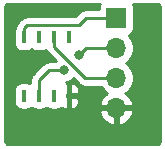
<source format=gbr>
G04 #@! TF.GenerationSoftware,KiCad,Pcbnew,(5.1.5)-3*
G04 #@! TF.CreationDate,2020-06-24T13:55:20-05:00*
G04 #@! TF.ProjectId,PressureSensor,50726573-7375-4726-9553-656e736f722e,rev?*
G04 #@! TF.SameCoordinates,Original*
G04 #@! TF.FileFunction,Copper,L1,Top*
G04 #@! TF.FilePolarity,Positive*
%FSLAX46Y46*%
G04 Gerber Fmt 4.6, Leading zero omitted, Abs format (unit mm)*
G04 Created by KiCad (PCBNEW (5.1.5)-3) date 2020-06-24 13:55:20*
%MOMM*%
%LPD*%
G04 APERTURE LIST*
%ADD10R,0.406400X1.041400*%
%ADD11O,1.700000X1.700000*%
%ADD12R,1.700000X1.700000*%
%ADD13C,0.800000*%
%ADD14C,0.250000*%
%ADD15C,0.254000*%
G04 APERTURE END LIST*
D10*
X157276800Y-89916000D03*
X156006800Y-89916000D03*
X154736800Y-89916000D03*
X153466800Y-89916000D03*
X153466800Y-94869000D03*
X154736800Y-94869000D03*
X156006800Y-94869000D03*
X157276800Y-94869000D03*
D11*
X161290000Y-95885000D03*
X161290000Y-93345000D03*
X161290000Y-90805000D03*
D12*
X161290000Y-88265000D03*
D13*
X158115000Y-91440000D03*
X156845000Y-92710000D03*
D14*
X158665100Y-93345000D02*
X160087919Y-93345000D01*
X156006800Y-90686700D02*
X158665100Y-93345000D01*
X160087919Y-93345000D02*
X161290000Y-93345000D01*
X156006800Y-89916000D02*
X156006800Y-90686700D01*
X161290000Y-90805000D02*
X158750000Y-90805000D01*
X158750000Y-90805000D02*
X158115000Y-91440000D01*
X154736800Y-93548200D02*
X154736800Y-94869000D01*
X156845000Y-92710000D02*
X155575000Y-92710000D01*
X155575000Y-92710000D02*
X154736800Y-93548200D01*
X153466800Y-89145300D02*
X153712100Y-88900000D01*
X153466800Y-89916000D02*
X153466800Y-89145300D01*
X153712100Y-88900000D02*
X158115000Y-88900000D01*
X158750000Y-88265000D02*
X161290000Y-88265000D01*
X158115000Y-88900000D02*
X158750000Y-88265000D01*
D15*
G36*
X159850498Y-87170820D02*
G01*
X159814188Y-87290518D01*
X159801928Y-87415000D01*
X159801928Y-87505000D01*
X158787333Y-87505000D01*
X158750000Y-87501323D01*
X158712667Y-87505000D01*
X158601014Y-87515997D01*
X158457753Y-87559454D01*
X158325724Y-87630026D01*
X158209999Y-87724999D01*
X158186200Y-87753998D01*
X157800199Y-88140000D01*
X153749433Y-88140000D01*
X153712100Y-88136323D01*
X153674767Y-88140000D01*
X153563114Y-88150997D01*
X153419853Y-88194454D01*
X153287824Y-88265026D01*
X153172099Y-88359999D01*
X153148296Y-88389003D01*
X152955798Y-88581501D01*
X152926800Y-88605299D01*
X152903002Y-88634297D01*
X152903001Y-88634298D01*
X152831826Y-88721024D01*
X152761254Y-88853054D01*
X152747022Y-88899974D01*
X152717797Y-88996314D01*
X152708977Y-89085868D01*
X152674098Y-89151120D01*
X152637788Y-89270818D01*
X152625528Y-89395300D01*
X152625528Y-90436700D01*
X152637788Y-90561182D01*
X152674098Y-90680880D01*
X152733063Y-90791194D01*
X152812415Y-90887885D01*
X152909106Y-90967237D01*
X153019420Y-91026202D01*
X153139118Y-91062512D01*
X153263600Y-91074772D01*
X153670000Y-91074772D01*
X153794482Y-91062512D01*
X153914180Y-91026202D01*
X154024494Y-90967237D01*
X154101800Y-90903794D01*
X154179106Y-90967237D01*
X154289420Y-91026202D01*
X154409118Y-91062512D01*
X154533600Y-91074772D01*
X154940000Y-91074772D01*
X155064482Y-91062512D01*
X155184180Y-91026202D01*
X155294494Y-90967237D01*
X155297063Y-90965129D01*
X155301254Y-90978946D01*
X155371826Y-91110976D01*
X155443001Y-91197702D01*
X155466800Y-91226701D01*
X155495798Y-91250499D01*
X156168294Y-91922995D01*
X156141289Y-91950000D01*
X155612323Y-91950000D01*
X155575000Y-91946324D01*
X155537677Y-91950000D01*
X155537667Y-91950000D01*
X155426014Y-91960997D01*
X155282753Y-92004454D01*
X155150724Y-92075026D01*
X155034999Y-92169999D01*
X155011201Y-92198997D01*
X154225802Y-92984397D01*
X154196799Y-93008199D01*
X154160235Y-93052753D01*
X154101826Y-93123924D01*
X154049936Y-93221003D01*
X154031254Y-93255954D01*
X153987797Y-93399215D01*
X153976800Y-93510868D01*
X153976800Y-93510878D01*
X153973124Y-93548200D01*
X153976800Y-93585523D01*
X153976800Y-93792270D01*
X153914180Y-93758798D01*
X153794482Y-93722488D01*
X153670000Y-93710228D01*
X153263600Y-93710228D01*
X153139118Y-93722488D01*
X153019420Y-93758798D01*
X152909106Y-93817763D01*
X152812415Y-93897115D01*
X152733063Y-93993806D01*
X152674098Y-94104120D01*
X152637788Y-94223818D01*
X152625528Y-94348300D01*
X152625528Y-95389700D01*
X152637788Y-95514182D01*
X152674098Y-95633880D01*
X152733063Y-95744194D01*
X152812415Y-95840885D01*
X152909106Y-95920237D01*
X153019420Y-95979202D01*
X153139118Y-96015512D01*
X153263600Y-96027772D01*
X153670000Y-96027772D01*
X153794482Y-96015512D01*
X153914180Y-95979202D01*
X154024494Y-95920237D01*
X154101800Y-95856794D01*
X154179106Y-95920237D01*
X154289420Y-95979202D01*
X154409118Y-96015512D01*
X154533600Y-96027772D01*
X154940000Y-96027772D01*
X155064482Y-96015512D01*
X155184180Y-95979202D01*
X155294494Y-95920237D01*
X155371800Y-95856794D01*
X155449106Y-95920237D01*
X155559420Y-95979202D01*
X155679118Y-96015512D01*
X155803600Y-96027772D01*
X156210000Y-96027772D01*
X156334482Y-96015512D01*
X156454180Y-95979202D01*
X156564494Y-95920237D01*
X156642267Y-95856410D01*
X156709123Y-95913430D01*
X156818301Y-95974472D01*
X156937290Y-96013042D01*
X157041850Y-96024700D01*
X157200600Y-95865950D01*
X157200600Y-94996000D01*
X157353000Y-94996000D01*
X157353000Y-95865950D01*
X157511750Y-96024700D01*
X157616310Y-96013042D01*
X157735299Y-95974472D01*
X157844477Y-95913430D01*
X157939648Y-95832261D01*
X158017155Y-95734084D01*
X158074020Y-95622673D01*
X158108057Y-95502309D01*
X158117958Y-95377617D01*
X158115000Y-95154750D01*
X157956250Y-94996000D01*
X157353000Y-94996000D01*
X157200600Y-94996000D01*
X157129800Y-94996000D01*
X157129800Y-94742000D01*
X157200600Y-94742000D01*
X157200600Y-93872050D01*
X157353000Y-93872050D01*
X157353000Y-94742000D01*
X157956250Y-94742000D01*
X158115000Y-94583250D01*
X158117958Y-94360383D01*
X158108057Y-94235691D01*
X158074020Y-94115327D01*
X158017155Y-94003916D01*
X157939648Y-93905739D01*
X157844477Y-93824570D01*
X157735299Y-93763528D01*
X157616310Y-93724958D01*
X157511750Y-93713300D01*
X157353000Y-93872050D01*
X157200600Y-93872050D01*
X157052544Y-93723994D01*
X157146898Y-93705226D01*
X157335256Y-93627205D01*
X157504774Y-93513937D01*
X157632005Y-93386706D01*
X158101301Y-93856003D01*
X158125099Y-93885001D01*
X158154097Y-93908799D01*
X158240823Y-93979974D01*
X158368859Y-94048411D01*
X158372853Y-94050546D01*
X158516114Y-94094003D01*
X158627767Y-94105000D01*
X158627777Y-94105000D01*
X158665100Y-94108676D01*
X158702423Y-94105000D01*
X160011822Y-94105000D01*
X160136525Y-94291632D01*
X160343368Y-94498475D01*
X160525534Y-94620195D01*
X160408645Y-94689822D01*
X160192412Y-94884731D01*
X160018359Y-95118080D01*
X159893175Y-95380901D01*
X159848524Y-95528110D01*
X159969845Y-95758000D01*
X161163000Y-95758000D01*
X161163000Y-95738000D01*
X161417000Y-95738000D01*
X161417000Y-95758000D01*
X162610155Y-95758000D01*
X162731476Y-95528110D01*
X162686825Y-95380901D01*
X162561641Y-95118080D01*
X162387588Y-94884731D01*
X162171355Y-94689822D01*
X162054466Y-94620195D01*
X162236632Y-94498475D01*
X162443475Y-94291632D01*
X162605990Y-94048411D01*
X162717932Y-93778158D01*
X162775000Y-93491260D01*
X162775000Y-93198740D01*
X162717932Y-92911842D01*
X162605990Y-92641589D01*
X162443475Y-92398368D01*
X162236632Y-92191525D01*
X162062240Y-92075000D01*
X162236632Y-91958475D01*
X162443475Y-91751632D01*
X162605990Y-91508411D01*
X162717932Y-91238158D01*
X162775000Y-90951260D01*
X162775000Y-90658740D01*
X162717932Y-90371842D01*
X162605990Y-90101589D01*
X162443475Y-89858368D01*
X162311620Y-89726513D01*
X162384180Y-89704502D01*
X162494494Y-89645537D01*
X162591185Y-89566185D01*
X162670537Y-89469494D01*
X162729502Y-89359180D01*
X162765812Y-89239482D01*
X162778072Y-89115000D01*
X162778072Y-87415000D01*
X162765812Y-87290518D01*
X162729502Y-87170820D01*
X162703407Y-87122000D01*
X164796014Y-87122000D01*
X164800819Y-87124555D01*
X164892596Y-87199407D01*
X164968091Y-87290664D01*
X164973000Y-87299743D01*
X164973000Y-98756014D01*
X164970446Y-98760817D01*
X164895594Y-98852595D01*
X164804335Y-98928091D01*
X164795256Y-98933000D01*
X152068986Y-98933000D01*
X152064183Y-98930446D01*
X151972405Y-98855594D01*
X151896909Y-98764335D01*
X151892000Y-98755256D01*
X151892000Y-96241890D01*
X159848524Y-96241890D01*
X159893175Y-96389099D01*
X160018359Y-96651920D01*
X160192412Y-96885269D01*
X160408645Y-97080178D01*
X160658748Y-97229157D01*
X160933109Y-97326481D01*
X161163000Y-97205814D01*
X161163000Y-96012000D01*
X161417000Y-96012000D01*
X161417000Y-97205814D01*
X161646891Y-97326481D01*
X161921252Y-97229157D01*
X162171355Y-97080178D01*
X162387588Y-96885269D01*
X162561641Y-96651920D01*
X162686825Y-96389099D01*
X162731476Y-96241890D01*
X162610155Y-96012000D01*
X161417000Y-96012000D01*
X161163000Y-96012000D01*
X159969845Y-96012000D01*
X159848524Y-96241890D01*
X151892000Y-96241890D01*
X151892000Y-87298986D01*
X151894555Y-87294181D01*
X151969407Y-87202404D01*
X152060664Y-87126909D01*
X152069743Y-87122000D01*
X159876593Y-87122000D01*
X159850498Y-87170820D01*
G37*
X159850498Y-87170820D02*
X159814188Y-87290518D01*
X159801928Y-87415000D01*
X159801928Y-87505000D01*
X158787333Y-87505000D01*
X158750000Y-87501323D01*
X158712667Y-87505000D01*
X158601014Y-87515997D01*
X158457753Y-87559454D01*
X158325724Y-87630026D01*
X158209999Y-87724999D01*
X158186200Y-87753998D01*
X157800199Y-88140000D01*
X153749433Y-88140000D01*
X153712100Y-88136323D01*
X153674767Y-88140000D01*
X153563114Y-88150997D01*
X153419853Y-88194454D01*
X153287824Y-88265026D01*
X153172099Y-88359999D01*
X153148296Y-88389003D01*
X152955798Y-88581501D01*
X152926800Y-88605299D01*
X152903002Y-88634297D01*
X152903001Y-88634298D01*
X152831826Y-88721024D01*
X152761254Y-88853054D01*
X152747022Y-88899974D01*
X152717797Y-88996314D01*
X152708977Y-89085868D01*
X152674098Y-89151120D01*
X152637788Y-89270818D01*
X152625528Y-89395300D01*
X152625528Y-90436700D01*
X152637788Y-90561182D01*
X152674098Y-90680880D01*
X152733063Y-90791194D01*
X152812415Y-90887885D01*
X152909106Y-90967237D01*
X153019420Y-91026202D01*
X153139118Y-91062512D01*
X153263600Y-91074772D01*
X153670000Y-91074772D01*
X153794482Y-91062512D01*
X153914180Y-91026202D01*
X154024494Y-90967237D01*
X154101800Y-90903794D01*
X154179106Y-90967237D01*
X154289420Y-91026202D01*
X154409118Y-91062512D01*
X154533600Y-91074772D01*
X154940000Y-91074772D01*
X155064482Y-91062512D01*
X155184180Y-91026202D01*
X155294494Y-90967237D01*
X155297063Y-90965129D01*
X155301254Y-90978946D01*
X155371826Y-91110976D01*
X155443001Y-91197702D01*
X155466800Y-91226701D01*
X155495798Y-91250499D01*
X156168294Y-91922995D01*
X156141289Y-91950000D01*
X155612323Y-91950000D01*
X155575000Y-91946324D01*
X155537677Y-91950000D01*
X155537667Y-91950000D01*
X155426014Y-91960997D01*
X155282753Y-92004454D01*
X155150724Y-92075026D01*
X155034999Y-92169999D01*
X155011201Y-92198997D01*
X154225802Y-92984397D01*
X154196799Y-93008199D01*
X154160235Y-93052753D01*
X154101826Y-93123924D01*
X154049936Y-93221003D01*
X154031254Y-93255954D01*
X153987797Y-93399215D01*
X153976800Y-93510868D01*
X153976800Y-93510878D01*
X153973124Y-93548200D01*
X153976800Y-93585523D01*
X153976800Y-93792270D01*
X153914180Y-93758798D01*
X153794482Y-93722488D01*
X153670000Y-93710228D01*
X153263600Y-93710228D01*
X153139118Y-93722488D01*
X153019420Y-93758798D01*
X152909106Y-93817763D01*
X152812415Y-93897115D01*
X152733063Y-93993806D01*
X152674098Y-94104120D01*
X152637788Y-94223818D01*
X152625528Y-94348300D01*
X152625528Y-95389700D01*
X152637788Y-95514182D01*
X152674098Y-95633880D01*
X152733063Y-95744194D01*
X152812415Y-95840885D01*
X152909106Y-95920237D01*
X153019420Y-95979202D01*
X153139118Y-96015512D01*
X153263600Y-96027772D01*
X153670000Y-96027772D01*
X153794482Y-96015512D01*
X153914180Y-95979202D01*
X154024494Y-95920237D01*
X154101800Y-95856794D01*
X154179106Y-95920237D01*
X154289420Y-95979202D01*
X154409118Y-96015512D01*
X154533600Y-96027772D01*
X154940000Y-96027772D01*
X155064482Y-96015512D01*
X155184180Y-95979202D01*
X155294494Y-95920237D01*
X155371800Y-95856794D01*
X155449106Y-95920237D01*
X155559420Y-95979202D01*
X155679118Y-96015512D01*
X155803600Y-96027772D01*
X156210000Y-96027772D01*
X156334482Y-96015512D01*
X156454180Y-95979202D01*
X156564494Y-95920237D01*
X156642267Y-95856410D01*
X156709123Y-95913430D01*
X156818301Y-95974472D01*
X156937290Y-96013042D01*
X157041850Y-96024700D01*
X157200600Y-95865950D01*
X157200600Y-94996000D01*
X157353000Y-94996000D01*
X157353000Y-95865950D01*
X157511750Y-96024700D01*
X157616310Y-96013042D01*
X157735299Y-95974472D01*
X157844477Y-95913430D01*
X157939648Y-95832261D01*
X158017155Y-95734084D01*
X158074020Y-95622673D01*
X158108057Y-95502309D01*
X158117958Y-95377617D01*
X158115000Y-95154750D01*
X157956250Y-94996000D01*
X157353000Y-94996000D01*
X157200600Y-94996000D01*
X157129800Y-94996000D01*
X157129800Y-94742000D01*
X157200600Y-94742000D01*
X157200600Y-93872050D01*
X157353000Y-93872050D01*
X157353000Y-94742000D01*
X157956250Y-94742000D01*
X158115000Y-94583250D01*
X158117958Y-94360383D01*
X158108057Y-94235691D01*
X158074020Y-94115327D01*
X158017155Y-94003916D01*
X157939648Y-93905739D01*
X157844477Y-93824570D01*
X157735299Y-93763528D01*
X157616310Y-93724958D01*
X157511750Y-93713300D01*
X157353000Y-93872050D01*
X157200600Y-93872050D01*
X157052544Y-93723994D01*
X157146898Y-93705226D01*
X157335256Y-93627205D01*
X157504774Y-93513937D01*
X157632005Y-93386706D01*
X158101301Y-93856003D01*
X158125099Y-93885001D01*
X158154097Y-93908799D01*
X158240823Y-93979974D01*
X158368859Y-94048411D01*
X158372853Y-94050546D01*
X158516114Y-94094003D01*
X158627767Y-94105000D01*
X158627777Y-94105000D01*
X158665100Y-94108676D01*
X158702423Y-94105000D01*
X160011822Y-94105000D01*
X160136525Y-94291632D01*
X160343368Y-94498475D01*
X160525534Y-94620195D01*
X160408645Y-94689822D01*
X160192412Y-94884731D01*
X160018359Y-95118080D01*
X159893175Y-95380901D01*
X159848524Y-95528110D01*
X159969845Y-95758000D01*
X161163000Y-95758000D01*
X161163000Y-95738000D01*
X161417000Y-95738000D01*
X161417000Y-95758000D01*
X162610155Y-95758000D01*
X162731476Y-95528110D01*
X162686825Y-95380901D01*
X162561641Y-95118080D01*
X162387588Y-94884731D01*
X162171355Y-94689822D01*
X162054466Y-94620195D01*
X162236632Y-94498475D01*
X162443475Y-94291632D01*
X162605990Y-94048411D01*
X162717932Y-93778158D01*
X162775000Y-93491260D01*
X162775000Y-93198740D01*
X162717932Y-92911842D01*
X162605990Y-92641589D01*
X162443475Y-92398368D01*
X162236632Y-92191525D01*
X162062240Y-92075000D01*
X162236632Y-91958475D01*
X162443475Y-91751632D01*
X162605990Y-91508411D01*
X162717932Y-91238158D01*
X162775000Y-90951260D01*
X162775000Y-90658740D01*
X162717932Y-90371842D01*
X162605990Y-90101589D01*
X162443475Y-89858368D01*
X162311620Y-89726513D01*
X162384180Y-89704502D01*
X162494494Y-89645537D01*
X162591185Y-89566185D01*
X162670537Y-89469494D01*
X162729502Y-89359180D01*
X162765812Y-89239482D01*
X162778072Y-89115000D01*
X162778072Y-87415000D01*
X162765812Y-87290518D01*
X162729502Y-87170820D01*
X162703407Y-87122000D01*
X164796014Y-87122000D01*
X164800819Y-87124555D01*
X164892596Y-87199407D01*
X164968091Y-87290664D01*
X164973000Y-87299743D01*
X164973000Y-98756014D01*
X164970446Y-98760817D01*
X164895594Y-98852595D01*
X164804335Y-98928091D01*
X164795256Y-98933000D01*
X152068986Y-98933000D01*
X152064183Y-98930446D01*
X151972405Y-98855594D01*
X151896909Y-98764335D01*
X151892000Y-98755256D01*
X151892000Y-96241890D01*
X159848524Y-96241890D01*
X159893175Y-96389099D01*
X160018359Y-96651920D01*
X160192412Y-96885269D01*
X160408645Y-97080178D01*
X160658748Y-97229157D01*
X160933109Y-97326481D01*
X161163000Y-97205814D01*
X161163000Y-96012000D01*
X161417000Y-96012000D01*
X161417000Y-97205814D01*
X161646891Y-97326481D01*
X161921252Y-97229157D01*
X162171355Y-97080178D01*
X162387588Y-96885269D01*
X162561641Y-96651920D01*
X162686825Y-96389099D01*
X162731476Y-96241890D01*
X162610155Y-96012000D01*
X161417000Y-96012000D01*
X161163000Y-96012000D01*
X159969845Y-96012000D01*
X159848524Y-96241890D01*
X151892000Y-96241890D01*
X151892000Y-87298986D01*
X151894555Y-87294181D01*
X151969407Y-87202404D01*
X152060664Y-87126909D01*
X152069743Y-87122000D01*
X159876593Y-87122000D01*
X159850498Y-87170820D01*
M02*

</source>
